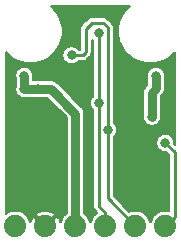
<source format=gbl>
%TF.GenerationSoftware,KiCad,Pcbnew,5.1.8-db9833491~88~ubuntu20.04.1*%
%TF.CreationDate,2020-12-19T13:22:12+05:30*%
%TF.ProjectId,SparkFun_APDS-9960_RGB_and_Gesture_Sensor,53706172-6b46-4756-9e5f-415044532d39,rev?*%
%TF.SameCoordinates,Original*%
%TF.FileFunction,Copper,L2,Bot*%
%TF.FilePolarity,Positive*%
%FSLAX46Y46*%
G04 Gerber Fmt 4.6, Leading zero omitted, Abs format (unit mm)*
G04 Created by KiCad (PCBNEW 5.1.8-db9833491~88~ubuntu20.04.1) date 2020-12-19 13:22:12*
%MOMM*%
%LPD*%
G01*
G04 APERTURE LIST*
%TA.AperFunction,ComponentPad*%
%ADD10C,1.879600*%
%TD*%
%TA.AperFunction,ViaPad*%
%ADD11C,0.800000*%
%TD*%
%TA.AperFunction,Conductor*%
%ADD12C,0.762000*%
%TD*%
%TA.AperFunction,Conductor*%
%ADD13C,0.250000*%
%TD*%
%TA.AperFunction,Conductor*%
%ADD14C,0.254000*%
%TD*%
%TA.AperFunction,Conductor*%
%ADD15C,0.127000*%
%TD*%
%TA.AperFunction,Conductor*%
%ADD16C,0.100000*%
%TD*%
G04 APERTURE END LIST*
D10*
%TO.P,JP1,6*%
%TO.N,/INT*%
X140970000Y-95250000D03*
%TO.P,JP1,5*%
%TO.N,/SCL*%
X138430000Y-95250000D03*
%TO.P,JP1,4*%
%TO.N,/SDA*%
X135890000Y-95250000D03*
%TO.P,JP1,3*%
%TO.N,VCC*%
X133350000Y-95250000D03*
%TO.P,JP1,2*%
%TO.N,GND*%
X130810000Y-95250000D03*
%TO.P,JP1,1*%
%TO.N,/VL*%
X128270000Y-95250000D03*
%TD*%
D11*
%TO.N,GND*%
X129057400Y-87122000D03*
X132892800Y-82550000D03*
X139700000Y-93980000D03*
X134620000Y-93980000D03*
X132080000Y-93980000D03*
X129540000Y-93980000D03*
X138684000Y-88950800D03*
X138684000Y-92887800D03*
X140614400Y-90932000D03*
%TO.N,VCC*%
X139827000Y-85979000D03*
X140182600Y-82550000D03*
X129032000Y-82550000D03*
X130214000Y-83654000D03*
X129032000Y-83642200D03*
%TO.N,/SDA*%
X135305800Y-78943200D03*
X135345000Y-84836000D03*
%TO.N,/SCL*%
X133019800Y-80797400D03*
X136093200Y-87122000D03*
%TO.N,/INT*%
X140970000Y-88214200D03*
%TD*%
D12*
%TO.N,VCC*%
X140182600Y-82550000D02*
X140182600Y-83591400D01*
X140182600Y-83591400D02*
X139827000Y-83947000D01*
X139827000Y-85979000D02*
X139827000Y-83947000D01*
X133350000Y-95250000D02*
X133350000Y-85725000D01*
X131279000Y-83654000D02*
X130214000Y-83654000D01*
X133350000Y-85725000D02*
X131279000Y-83654000D01*
X129032000Y-82550000D02*
X129032000Y-83642200D01*
X130214000Y-83654000D02*
X129043800Y-83654000D01*
X129043800Y-83654000D02*
X129032000Y-83642200D01*
D13*
%TO.N,/SDA*%
X135305800Y-93522800D02*
X135305800Y-78943200D01*
X135890000Y-94107000D02*
X135305800Y-93522800D01*
X135890000Y-95250000D02*
X135890000Y-94107000D01*
%TO.N,/SCL*%
X135686800Y-78028800D02*
X136093200Y-78435200D01*
X134747000Y-78028800D02*
X135686800Y-78028800D01*
X134239000Y-78536800D02*
X134747000Y-78028800D01*
X133959600Y-80797400D02*
X134239000Y-80518000D01*
X134239000Y-80518000D02*
X134239000Y-78536800D01*
X133019800Y-80797400D02*
X133959600Y-80797400D01*
X136093200Y-78435200D02*
X136093200Y-87122000D01*
X136093200Y-92913200D02*
X138430000Y-95250000D01*
X136093200Y-87122000D02*
X136093200Y-92913200D01*
D14*
%TO.N,/INT*%
X141757400Y-94462600D02*
X140970000Y-95250000D01*
X141757400Y-89001600D02*
X141757400Y-94462600D01*
X140970000Y-88214200D02*
X141757400Y-89001600D01*
%TD*%
D15*
%TO.N,GND*%
X137579082Y-76999408D02*
X137280262Y-77446623D01*
X137074431Y-77943542D01*
X136969500Y-78471069D01*
X136969500Y-79008931D01*
X137074431Y-79536458D01*
X137280262Y-80033377D01*
X137579082Y-80480592D01*
X137959408Y-80860918D01*
X138406623Y-81159738D01*
X138903542Y-81365569D01*
X139431069Y-81470500D01*
X139968931Y-81470500D01*
X140496458Y-81365569D01*
X140993377Y-81159738D01*
X141440592Y-80860918D01*
X141808201Y-80493309D01*
X141808200Y-88351941D01*
X141738300Y-88282040D01*
X141738300Y-88138529D01*
X141708774Y-87990095D01*
X141650858Y-87850274D01*
X141566777Y-87724438D01*
X141459762Y-87617423D01*
X141333926Y-87533342D01*
X141194105Y-87475426D01*
X141045671Y-87445900D01*
X140894329Y-87445900D01*
X140745895Y-87475426D01*
X140606074Y-87533342D01*
X140480238Y-87617423D01*
X140373223Y-87724438D01*
X140289142Y-87850274D01*
X140231226Y-87990095D01*
X140201700Y-88138529D01*
X140201700Y-88289871D01*
X140231226Y-88438305D01*
X140289142Y-88578126D01*
X140373223Y-88703962D01*
X140480238Y-88810977D01*
X140606074Y-88895058D01*
X140745895Y-88952974D01*
X140894329Y-88982500D01*
X141037840Y-88982500D01*
X141262100Y-89206760D01*
X141262101Y-93974376D01*
X141098837Y-93941900D01*
X140841163Y-93941900D01*
X140588441Y-93992170D01*
X140350382Y-94090777D01*
X140136135Y-94233933D01*
X139953933Y-94416135D01*
X139810777Y-94630382D01*
X139712170Y-94868441D01*
X139700000Y-94929623D01*
X139687830Y-94868441D01*
X139589223Y-94630382D01*
X139446067Y-94416135D01*
X139263865Y-94233933D01*
X139049618Y-94090777D01*
X138811559Y-93992170D01*
X138558837Y-93941900D01*
X138301163Y-93941900D01*
X138048441Y-93992170D01*
X137922123Y-94044492D01*
X136586500Y-92708870D01*
X136586500Y-87715239D01*
X136689977Y-87611762D01*
X136774058Y-87485926D01*
X136831974Y-87346105D01*
X136861500Y-87197671D01*
X136861500Y-87046329D01*
X136831974Y-86897895D01*
X136774058Y-86758074D01*
X136689977Y-86632238D01*
X136586500Y-86528761D01*
X136586500Y-85903329D01*
X139058700Y-85903329D01*
X139058700Y-86054671D01*
X139088226Y-86203105D01*
X139146142Y-86342926D01*
X139230223Y-86468762D01*
X139337238Y-86575777D01*
X139463074Y-86659858D01*
X139602895Y-86717774D01*
X139751329Y-86747300D01*
X139902671Y-86747300D01*
X140051105Y-86717774D01*
X140190926Y-86659858D01*
X140316762Y-86575777D01*
X140423777Y-86468762D01*
X140507858Y-86342926D01*
X140565774Y-86203105D01*
X140595300Y-86054671D01*
X140595300Y-85903329D01*
X140576300Y-85807812D01*
X140576300Y-84257369D01*
X140686406Y-84147263D01*
X140714998Y-84123798D01*
X140808634Y-84009703D01*
X140878212Y-83879532D01*
X140921058Y-83738288D01*
X140931900Y-83628206D01*
X140931900Y-83628197D01*
X140935524Y-83591401D01*
X140931900Y-83554605D01*
X140931900Y-82721188D01*
X140950900Y-82625671D01*
X140950900Y-82474329D01*
X140921374Y-82325895D01*
X140863458Y-82186074D01*
X140779377Y-82060238D01*
X140672362Y-81953223D01*
X140546526Y-81869142D01*
X140406705Y-81811226D01*
X140258271Y-81781700D01*
X140106929Y-81781700D01*
X139958495Y-81811226D01*
X139818674Y-81869142D01*
X139692838Y-81953223D01*
X139585823Y-82060238D01*
X139501742Y-82186074D01*
X139443826Y-82325895D01*
X139414300Y-82474329D01*
X139414300Y-82625671D01*
X139433300Y-82721189D01*
X139433301Y-83281030D01*
X139323189Y-83391142D01*
X139294603Y-83414602D01*
X139271143Y-83443188D01*
X139271140Y-83443191D01*
X139200966Y-83528697D01*
X139131388Y-83658869D01*
X139109911Y-83729671D01*
X139088543Y-83800112D01*
X139080721Y-83879532D01*
X139074076Y-83947000D01*
X139077701Y-83983805D01*
X139077700Y-85807811D01*
X139058700Y-85903329D01*
X136586500Y-85903329D01*
X136586500Y-78459416D01*
X136588885Y-78435199D01*
X136586500Y-78410982D01*
X136586500Y-78410973D01*
X136579362Y-78338496D01*
X136551154Y-78245509D01*
X136513413Y-78174900D01*
X136505348Y-78159811D01*
X136459146Y-78103515D01*
X136443703Y-78084697D01*
X136424882Y-78069251D01*
X136052753Y-77697123D01*
X136037303Y-77678297D01*
X135962188Y-77616652D01*
X135876491Y-77570846D01*
X135783504Y-77542638D01*
X135711027Y-77535500D01*
X135711024Y-77535500D01*
X135686800Y-77533114D01*
X135662576Y-77535500D01*
X134771216Y-77535500D01*
X134746999Y-77533115D01*
X134722782Y-77535500D01*
X134722773Y-77535500D01*
X134650296Y-77542638D01*
X134557309Y-77570846D01*
X134505267Y-77598663D01*
X134471611Y-77616652D01*
X134415314Y-77662854D01*
X134396497Y-77678297D01*
X134381055Y-77697113D01*
X133907318Y-78170852D01*
X133888498Y-78186297D01*
X133873054Y-78205116D01*
X133826852Y-78261412D01*
X133781046Y-78347110D01*
X133752839Y-78440097D01*
X133743314Y-78536800D01*
X133745701Y-78561034D01*
X133745700Y-80304100D01*
X133613039Y-80304100D01*
X133509562Y-80200623D01*
X133383726Y-80116542D01*
X133243905Y-80058626D01*
X133095471Y-80029100D01*
X132944129Y-80029100D01*
X132795695Y-80058626D01*
X132655874Y-80116542D01*
X132530038Y-80200623D01*
X132423023Y-80307638D01*
X132338942Y-80433474D01*
X132281026Y-80573295D01*
X132251500Y-80721729D01*
X132251500Y-80873071D01*
X132281026Y-81021505D01*
X132338942Y-81161326D01*
X132423023Y-81287162D01*
X132530038Y-81394177D01*
X132655874Y-81478258D01*
X132795695Y-81536174D01*
X132944129Y-81565700D01*
X133095471Y-81565700D01*
X133243905Y-81536174D01*
X133383726Y-81478258D01*
X133509562Y-81394177D01*
X133613039Y-81290700D01*
X133935376Y-81290700D01*
X133959600Y-81293086D01*
X133983824Y-81290700D01*
X133983827Y-81290700D01*
X134056304Y-81283562D01*
X134149291Y-81255354D01*
X134234988Y-81209548D01*
X134310103Y-81147903D01*
X134325553Y-81129077D01*
X134570677Y-80883953D01*
X134589503Y-80868503D01*
X134633117Y-80815359D01*
X134651148Y-80793389D01*
X134667103Y-80763538D01*
X134696954Y-80707691D01*
X134725162Y-80614704D01*
X134732300Y-80542227D01*
X134732300Y-80542218D01*
X134734685Y-80518001D01*
X134732300Y-80493784D01*
X134732300Y-79456239D01*
X134812501Y-79536440D01*
X134812501Y-84281960D01*
X134748223Y-84346238D01*
X134664142Y-84472074D01*
X134606226Y-84611895D01*
X134576700Y-84760329D01*
X134576700Y-84911671D01*
X134606226Y-85060105D01*
X134664142Y-85199926D01*
X134748223Y-85325762D01*
X134812501Y-85390040D01*
X134812500Y-93498576D01*
X134810114Y-93522800D01*
X134812500Y-93547024D01*
X134812500Y-93547026D01*
X134819638Y-93619503D01*
X134847846Y-93712490D01*
X134893652Y-93798188D01*
X134955297Y-93873303D01*
X134974123Y-93888753D01*
X135213892Y-94128523D01*
X135056135Y-94233933D01*
X134873933Y-94416135D01*
X134730777Y-94630382D01*
X134632170Y-94868441D01*
X134620000Y-94929623D01*
X134607830Y-94868441D01*
X134509223Y-94630382D01*
X134366067Y-94416135D01*
X134183865Y-94233933D01*
X134099300Y-94177428D01*
X134099300Y-85761795D01*
X134102924Y-85724999D01*
X134099300Y-85688203D01*
X134099300Y-85688194D01*
X134088458Y-85578112D01*
X134045612Y-85436868D01*
X133976034Y-85306697D01*
X133882398Y-85192602D01*
X133853811Y-85169141D01*
X131834863Y-83150194D01*
X131811398Y-83121602D01*
X131697303Y-83027966D01*
X131567132Y-82958388D01*
X131425888Y-82915542D01*
X131315806Y-82904700D01*
X131315795Y-82904700D01*
X131279000Y-82901076D01*
X131242205Y-82904700D01*
X130385188Y-82904700D01*
X130289671Y-82885700D01*
X130138329Y-82885700D01*
X130042812Y-82904700D01*
X129781300Y-82904700D01*
X129781300Y-82721188D01*
X129800300Y-82625671D01*
X129800300Y-82474329D01*
X129770774Y-82325895D01*
X129712858Y-82186074D01*
X129628777Y-82060238D01*
X129521762Y-81953223D01*
X129395926Y-81869142D01*
X129256105Y-81811226D01*
X129107671Y-81781700D01*
X128956329Y-81781700D01*
X128807895Y-81811226D01*
X128668074Y-81869142D01*
X128542238Y-81953223D01*
X128435223Y-82060238D01*
X128351142Y-82186074D01*
X128293226Y-82325895D01*
X128263700Y-82474329D01*
X128263700Y-82625671D01*
X128282700Y-82721189D01*
X128282701Y-83471007D01*
X128263700Y-83566529D01*
X128263700Y-83717871D01*
X128293226Y-83866305D01*
X128351142Y-84006126D01*
X128435223Y-84131962D01*
X128542238Y-84238977D01*
X128668074Y-84323058D01*
X128807895Y-84380974D01*
X128956329Y-84410500D01*
X129107671Y-84410500D01*
X129143867Y-84403300D01*
X130042812Y-84403300D01*
X130138329Y-84422300D01*
X130289671Y-84422300D01*
X130385188Y-84403300D01*
X130968631Y-84403300D01*
X132600701Y-86035371D01*
X132600700Y-94177428D01*
X132516135Y-94233933D01*
X132333933Y-94416135D01*
X132190777Y-94630382D01*
X132092170Y-94868441D01*
X132080491Y-94927153D01*
X132008999Y-94713334D01*
X131922349Y-94551224D01*
X131734217Y-94450941D01*
X130935158Y-95250000D01*
X130949300Y-95264142D01*
X130824142Y-95389300D01*
X130810000Y-95375158D01*
X130795858Y-95389300D01*
X130670700Y-95264142D01*
X130684842Y-95250000D01*
X129885783Y-94450941D01*
X129697651Y-94551224D01*
X129582700Y-94781659D01*
X129540981Y-94934557D01*
X129527830Y-94868441D01*
X129429223Y-94630382D01*
X129286067Y-94416135D01*
X129195715Y-94325783D01*
X130010941Y-94325783D01*
X130810000Y-95124842D01*
X131609059Y-94325783D01*
X131508776Y-94137651D01*
X131278341Y-94022700D01*
X131029907Y-93954914D01*
X130773023Y-93936897D01*
X130517559Y-93969342D01*
X130273334Y-94051001D01*
X130111224Y-94137651D01*
X130010941Y-94325783D01*
X129195715Y-94325783D01*
X129103865Y-94233933D01*
X128889618Y-94090777D01*
X128651559Y-93992170D01*
X128398837Y-93941900D01*
X128141163Y-93941900D01*
X127888441Y-93992170D01*
X127650382Y-94090777D01*
X127436135Y-94233933D01*
X127431800Y-94238268D01*
X127431800Y-80493310D01*
X127799408Y-80860918D01*
X128246623Y-81159738D01*
X128743542Y-81365569D01*
X129271069Y-81470500D01*
X129808931Y-81470500D01*
X130336458Y-81365569D01*
X130833377Y-81159738D01*
X131280592Y-80860918D01*
X131660918Y-80480592D01*
X131959738Y-80033377D01*
X132165569Y-79536458D01*
X132270500Y-79008931D01*
X132270500Y-78471069D01*
X132165569Y-77943542D01*
X131959738Y-77446623D01*
X131660918Y-76999408D01*
X131293310Y-76631800D01*
X137946690Y-76631800D01*
X137579082Y-76999408D01*
%TA.AperFunction,Conductor*%
D16*
G36*
X137579082Y-76999408D02*
G01*
X137280262Y-77446623D01*
X137074431Y-77943542D01*
X136969500Y-78471069D01*
X136969500Y-79008931D01*
X137074431Y-79536458D01*
X137280262Y-80033377D01*
X137579082Y-80480592D01*
X137959408Y-80860918D01*
X138406623Y-81159738D01*
X138903542Y-81365569D01*
X139431069Y-81470500D01*
X139968931Y-81470500D01*
X140496458Y-81365569D01*
X140993377Y-81159738D01*
X141440592Y-80860918D01*
X141808201Y-80493309D01*
X141808200Y-88351941D01*
X141738300Y-88282040D01*
X141738300Y-88138529D01*
X141708774Y-87990095D01*
X141650858Y-87850274D01*
X141566777Y-87724438D01*
X141459762Y-87617423D01*
X141333926Y-87533342D01*
X141194105Y-87475426D01*
X141045671Y-87445900D01*
X140894329Y-87445900D01*
X140745895Y-87475426D01*
X140606074Y-87533342D01*
X140480238Y-87617423D01*
X140373223Y-87724438D01*
X140289142Y-87850274D01*
X140231226Y-87990095D01*
X140201700Y-88138529D01*
X140201700Y-88289871D01*
X140231226Y-88438305D01*
X140289142Y-88578126D01*
X140373223Y-88703962D01*
X140480238Y-88810977D01*
X140606074Y-88895058D01*
X140745895Y-88952974D01*
X140894329Y-88982500D01*
X141037840Y-88982500D01*
X141262100Y-89206760D01*
X141262101Y-93974376D01*
X141098837Y-93941900D01*
X140841163Y-93941900D01*
X140588441Y-93992170D01*
X140350382Y-94090777D01*
X140136135Y-94233933D01*
X139953933Y-94416135D01*
X139810777Y-94630382D01*
X139712170Y-94868441D01*
X139700000Y-94929623D01*
X139687830Y-94868441D01*
X139589223Y-94630382D01*
X139446067Y-94416135D01*
X139263865Y-94233933D01*
X139049618Y-94090777D01*
X138811559Y-93992170D01*
X138558837Y-93941900D01*
X138301163Y-93941900D01*
X138048441Y-93992170D01*
X137922123Y-94044492D01*
X136586500Y-92708870D01*
X136586500Y-87715239D01*
X136689977Y-87611762D01*
X136774058Y-87485926D01*
X136831974Y-87346105D01*
X136861500Y-87197671D01*
X136861500Y-87046329D01*
X136831974Y-86897895D01*
X136774058Y-86758074D01*
X136689977Y-86632238D01*
X136586500Y-86528761D01*
X136586500Y-85903329D01*
X139058700Y-85903329D01*
X139058700Y-86054671D01*
X139088226Y-86203105D01*
X139146142Y-86342926D01*
X139230223Y-86468762D01*
X139337238Y-86575777D01*
X139463074Y-86659858D01*
X139602895Y-86717774D01*
X139751329Y-86747300D01*
X139902671Y-86747300D01*
X140051105Y-86717774D01*
X140190926Y-86659858D01*
X140316762Y-86575777D01*
X140423777Y-86468762D01*
X140507858Y-86342926D01*
X140565774Y-86203105D01*
X140595300Y-86054671D01*
X140595300Y-85903329D01*
X140576300Y-85807812D01*
X140576300Y-84257369D01*
X140686406Y-84147263D01*
X140714998Y-84123798D01*
X140808634Y-84009703D01*
X140878212Y-83879532D01*
X140921058Y-83738288D01*
X140931900Y-83628206D01*
X140931900Y-83628197D01*
X140935524Y-83591401D01*
X140931900Y-83554605D01*
X140931900Y-82721188D01*
X140950900Y-82625671D01*
X140950900Y-82474329D01*
X140921374Y-82325895D01*
X140863458Y-82186074D01*
X140779377Y-82060238D01*
X140672362Y-81953223D01*
X140546526Y-81869142D01*
X140406705Y-81811226D01*
X140258271Y-81781700D01*
X140106929Y-81781700D01*
X139958495Y-81811226D01*
X139818674Y-81869142D01*
X139692838Y-81953223D01*
X139585823Y-82060238D01*
X139501742Y-82186074D01*
X139443826Y-82325895D01*
X139414300Y-82474329D01*
X139414300Y-82625671D01*
X139433300Y-82721189D01*
X139433301Y-83281030D01*
X139323189Y-83391142D01*
X139294603Y-83414602D01*
X139271143Y-83443188D01*
X139271140Y-83443191D01*
X139200966Y-83528697D01*
X139131388Y-83658869D01*
X139109911Y-83729671D01*
X139088543Y-83800112D01*
X139080721Y-83879532D01*
X139074076Y-83947000D01*
X139077701Y-83983805D01*
X139077700Y-85807811D01*
X139058700Y-85903329D01*
X136586500Y-85903329D01*
X136586500Y-78459416D01*
X136588885Y-78435199D01*
X136586500Y-78410982D01*
X136586500Y-78410973D01*
X136579362Y-78338496D01*
X136551154Y-78245509D01*
X136513413Y-78174900D01*
X136505348Y-78159811D01*
X136459146Y-78103515D01*
X136443703Y-78084697D01*
X136424882Y-78069251D01*
X136052753Y-77697123D01*
X136037303Y-77678297D01*
X135962188Y-77616652D01*
X135876491Y-77570846D01*
X135783504Y-77542638D01*
X135711027Y-77535500D01*
X135711024Y-77535500D01*
X135686800Y-77533114D01*
X135662576Y-77535500D01*
X134771216Y-77535500D01*
X134746999Y-77533115D01*
X134722782Y-77535500D01*
X134722773Y-77535500D01*
X134650296Y-77542638D01*
X134557309Y-77570846D01*
X134505267Y-77598663D01*
X134471611Y-77616652D01*
X134415314Y-77662854D01*
X134396497Y-77678297D01*
X134381055Y-77697113D01*
X133907318Y-78170852D01*
X133888498Y-78186297D01*
X133873054Y-78205116D01*
X133826852Y-78261412D01*
X133781046Y-78347110D01*
X133752839Y-78440097D01*
X133743314Y-78536800D01*
X133745701Y-78561034D01*
X133745700Y-80304100D01*
X133613039Y-80304100D01*
X133509562Y-80200623D01*
X133383726Y-80116542D01*
X133243905Y-80058626D01*
X133095471Y-80029100D01*
X132944129Y-80029100D01*
X132795695Y-80058626D01*
X132655874Y-80116542D01*
X132530038Y-80200623D01*
X132423023Y-80307638D01*
X132338942Y-80433474D01*
X132281026Y-80573295D01*
X132251500Y-80721729D01*
X132251500Y-80873071D01*
X132281026Y-81021505D01*
X132338942Y-81161326D01*
X132423023Y-81287162D01*
X132530038Y-81394177D01*
X132655874Y-81478258D01*
X132795695Y-81536174D01*
X132944129Y-81565700D01*
X133095471Y-81565700D01*
X133243905Y-81536174D01*
X133383726Y-81478258D01*
X133509562Y-81394177D01*
X133613039Y-81290700D01*
X133935376Y-81290700D01*
X133959600Y-81293086D01*
X133983824Y-81290700D01*
X133983827Y-81290700D01*
X134056304Y-81283562D01*
X134149291Y-81255354D01*
X134234988Y-81209548D01*
X134310103Y-81147903D01*
X134325553Y-81129077D01*
X134570677Y-80883953D01*
X134589503Y-80868503D01*
X134633117Y-80815359D01*
X134651148Y-80793389D01*
X134667103Y-80763538D01*
X134696954Y-80707691D01*
X134725162Y-80614704D01*
X134732300Y-80542227D01*
X134732300Y-80542218D01*
X134734685Y-80518001D01*
X134732300Y-80493784D01*
X134732300Y-79456239D01*
X134812501Y-79536440D01*
X134812501Y-84281960D01*
X134748223Y-84346238D01*
X134664142Y-84472074D01*
X134606226Y-84611895D01*
X134576700Y-84760329D01*
X134576700Y-84911671D01*
X134606226Y-85060105D01*
X134664142Y-85199926D01*
X134748223Y-85325762D01*
X134812501Y-85390040D01*
X134812500Y-93498576D01*
X134810114Y-93522800D01*
X134812500Y-93547024D01*
X134812500Y-93547026D01*
X134819638Y-93619503D01*
X134847846Y-93712490D01*
X134893652Y-93798188D01*
X134955297Y-93873303D01*
X134974123Y-93888753D01*
X135213892Y-94128523D01*
X135056135Y-94233933D01*
X134873933Y-94416135D01*
X134730777Y-94630382D01*
X134632170Y-94868441D01*
X134620000Y-94929623D01*
X134607830Y-94868441D01*
X134509223Y-94630382D01*
X134366067Y-94416135D01*
X134183865Y-94233933D01*
X134099300Y-94177428D01*
X134099300Y-85761795D01*
X134102924Y-85724999D01*
X134099300Y-85688203D01*
X134099300Y-85688194D01*
X134088458Y-85578112D01*
X134045612Y-85436868D01*
X133976034Y-85306697D01*
X133882398Y-85192602D01*
X133853811Y-85169141D01*
X131834863Y-83150194D01*
X131811398Y-83121602D01*
X131697303Y-83027966D01*
X131567132Y-82958388D01*
X131425888Y-82915542D01*
X131315806Y-82904700D01*
X131315795Y-82904700D01*
X131279000Y-82901076D01*
X131242205Y-82904700D01*
X130385188Y-82904700D01*
X130289671Y-82885700D01*
X130138329Y-82885700D01*
X130042812Y-82904700D01*
X129781300Y-82904700D01*
X129781300Y-82721188D01*
X129800300Y-82625671D01*
X129800300Y-82474329D01*
X129770774Y-82325895D01*
X129712858Y-82186074D01*
X129628777Y-82060238D01*
X129521762Y-81953223D01*
X129395926Y-81869142D01*
X129256105Y-81811226D01*
X129107671Y-81781700D01*
X128956329Y-81781700D01*
X128807895Y-81811226D01*
X128668074Y-81869142D01*
X128542238Y-81953223D01*
X128435223Y-82060238D01*
X128351142Y-82186074D01*
X128293226Y-82325895D01*
X128263700Y-82474329D01*
X128263700Y-82625671D01*
X128282700Y-82721189D01*
X128282701Y-83471007D01*
X128263700Y-83566529D01*
X128263700Y-83717871D01*
X128293226Y-83866305D01*
X128351142Y-84006126D01*
X128435223Y-84131962D01*
X128542238Y-84238977D01*
X128668074Y-84323058D01*
X128807895Y-84380974D01*
X128956329Y-84410500D01*
X129107671Y-84410500D01*
X129143867Y-84403300D01*
X130042812Y-84403300D01*
X130138329Y-84422300D01*
X130289671Y-84422300D01*
X130385188Y-84403300D01*
X130968631Y-84403300D01*
X132600701Y-86035371D01*
X132600700Y-94177428D01*
X132516135Y-94233933D01*
X132333933Y-94416135D01*
X132190777Y-94630382D01*
X132092170Y-94868441D01*
X132080491Y-94927153D01*
X132008999Y-94713334D01*
X131922349Y-94551224D01*
X131734217Y-94450941D01*
X130935158Y-95250000D01*
X130949300Y-95264142D01*
X130824142Y-95389300D01*
X130810000Y-95375158D01*
X130795858Y-95389300D01*
X130670700Y-95264142D01*
X130684842Y-95250000D01*
X129885783Y-94450941D01*
X129697651Y-94551224D01*
X129582700Y-94781659D01*
X129540981Y-94934557D01*
X129527830Y-94868441D01*
X129429223Y-94630382D01*
X129286067Y-94416135D01*
X129195715Y-94325783D01*
X130010941Y-94325783D01*
X130810000Y-95124842D01*
X131609059Y-94325783D01*
X131508776Y-94137651D01*
X131278341Y-94022700D01*
X131029907Y-93954914D01*
X130773023Y-93936897D01*
X130517559Y-93969342D01*
X130273334Y-94051001D01*
X130111224Y-94137651D01*
X130010941Y-94325783D01*
X129195715Y-94325783D01*
X129103865Y-94233933D01*
X128889618Y-94090777D01*
X128651559Y-93992170D01*
X128398837Y-93941900D01*
X128141163Y-93941900D01*
X127888441Y-93992170D01*
X127650382Y-94090777D01*
X127436135Y-94233933D01*
X127431800Y-94238268D01*
X127431800Y-80493310D01*
X127799408Y-80860918D01*
X128246623Y-81159738D01*
X128743542Y-81365569D01*
X129271069Y-81470500D01*
X129808931Y-81470500D01*
X130336458Y-81365569D01*
X130833377Y-81159738D01*
X131280592Y-80860918D01*
X131660918Y-80480592D01*
X131959738Y-80033377D01*
X132165569Y-79536458D01*
X132270500Y-79008931D01*
X132270500Y-78471069D01*
X132165569Y-77943542D01*
X131959738Y-77446623D01*
X131660918Y-76999408D01*
X131293310Y-76631800D01*
X137946690Y-76631800D01*
X137579082Y-76999408D01*
G37*
%TD.AperFunction*%
%TD*%
M02*

</source>
